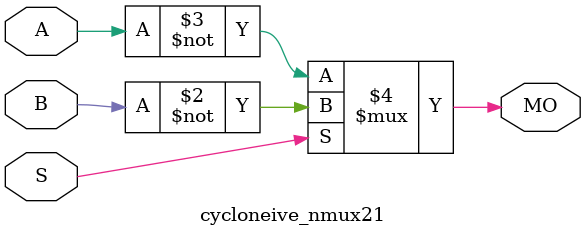
<source format=v>
module cycloneive_nmux21 (MO, A, B, S);
   input A, B, S; 
   output MO; 
   assign MO = (S == 1) ? ~B : ~A; 
endmodule
</source>
